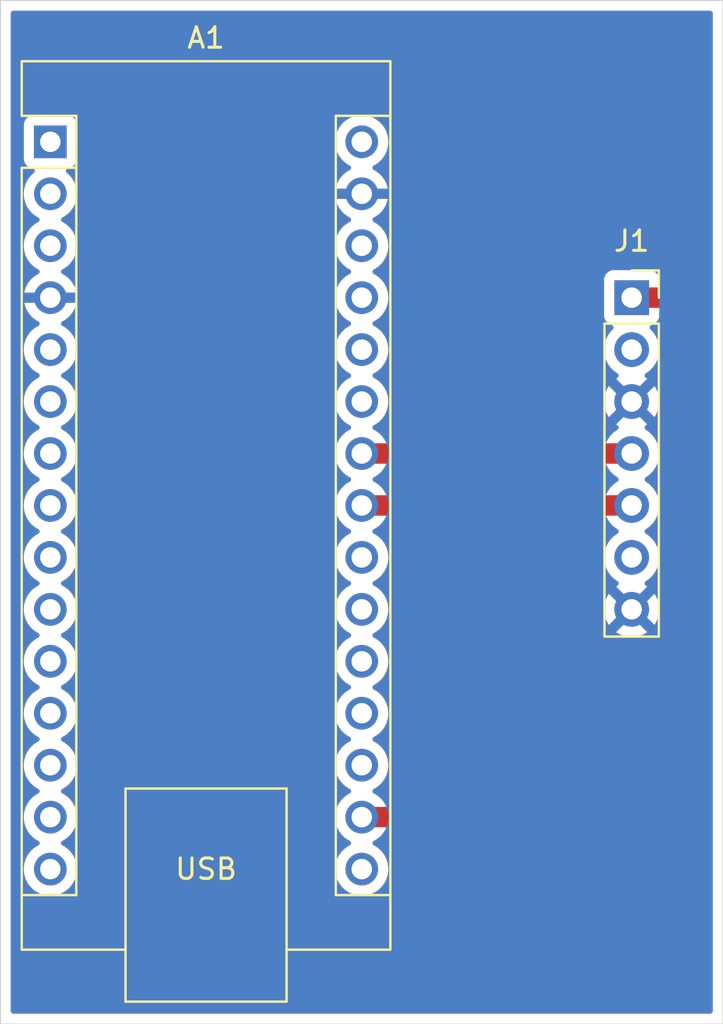
<source format=kicad_pcb>
(kicad_pcb (version 20241229) (generator "pcbnew") (generator_version "9.0")
  (layers (0 "F.Cu" signal) (2 "B.Cu" signal) (13 "F.Paste" user) (15 "B.Paste" user) (5 "F.SilkS" user "F.Silkscreen") (7 "B.SilkS" user "B.Silkscreen") (1 "F.Mask" user) (3 "B.Mask" user) (25 "Edge.Cuts" user))
  (net 0 "")
  (net 5 "GND")
  (net 9 "Net-(A1-A5)")
  (net 12 "Net-(A1-A4)")
  (net 23 "+3.3V")
  (footprint "Connector_PinSocket_2.54mm:PinSocket_1x07_P2.54mm_Vertical" (layer "F.Cu") (at 167.7416 86.106)
    (property "Reference" "J1" (at 0 -2.77 0) (layer "F.SilkS"))
    (property "Value" "1x7 socket for I2C connections")
    (fp_line (start -1.33 1.27) (end -1.33 16.57) (stroke (width 0.12)) (layer "F.SilkS"))
    (fp_line (start -1.33 1.27) (end 1.33 1.27) (stroke (width 0.12)) (layer "F.SilkS"))
    (fp_line (start -1.33 16.57) (end 1.33 16.57) (stroke (width 0.12)) (layer "F.SilkS"))
    (fp_line (start 0 -1.33) (end 1.33 -1.33) (stroke (width 0.12)) (layer "F.SilkS"))
    (fp_line (start 1.33 -1.33) (end 1.33 0) (stroke (width 0.12)) (layer "F.SilkS"))
    (fp_line (start 1.33 1.27) (end 1.33 16.57) (stroke (width 0.12)) (layer "F.SilkS"))
    (pad "1" thru_hole rect (at 0 0) (size 1.7 1.7) (drill 1) (layers "*.Cu" "*.Mask") (net 23 "+3.3V"))
    (pad "2" thru_hole circle (at 0 2.54) (size 1.7 1.7) (drill 1) (layers "*.Cu" "*.Mask"))
    (pad "3" thru_hole circle (at 0 5.08) (size 1.7 1.7) (drill 1) (layers "*.Cu" "*.Mask") (net 5 "GND"))
    (pad "4" thru_hole circle (at 0 7.62) (size 1.7 1.7) (drill 1) (layers "*.Cu" "*.Mask") (net 9 "Net-(A1-A5)"))
    (pad "5" thru_hole circle (at 0 10.16) (size 1.7 1.7) (drill 1) (layers "*.Cu" "*.Mask") (net 12 "Net-(A1-A4)"))
    (pad "6" thru_hole circle (at 0 12.7) (size 1.7 1.7) (drill 1) (layers "*.Cu" "*.Mask"))
    (pad "7" thru_hole circle (at 0 15.24) (size 1.7 1.7) (drill 1) (layers "*.Cu" "*.Mask") (net 5 "GND"))
  )
  (footprint "Module:Arduino_Nano" (layer "F.Cu") (at 139.2936 78.486)
    (property "Reference" "A1" (at 7.62 -5.08 0) (layer "F.SilkS"))
    (property "Value" "Arduino_Nano_v3.x")
    (fp_line (start -1.4 -3.94) (end -1.4 -1.27) (stroke (width 0.12)) (layer "F.SilkS"))
    (fp_line (start -1.4 1.27) (end -1.4 39.5) (stroke (width 0.12)) (layer "F.SilkS"))
    (fp_line (start -1.4 39.5) (end 3.68 39.5) (stroke (width 0.12)) (layer "F.SilkS"))
    (fp_line (start 1.27 -1.27) (end -1.4 -1.27) (stroke (width 0.12)) (layer "F.SilkS"))
    (fp_line (start 1.27 1.27) (end -1.4 1.27) (stroke (width 0.12)) (layer "F.SilkS"))
    (fp_line (start 1.27 1.27) (end 1.27 -1.27) (stroke (width 0.12)) (layer "F.SilkS"))
    (fp_line (start 1.27 1.27) (end 1.27 36.83) (stroke (width 0.12)) (layer "F.SilkS"))
    (fp_line (start 1.27 36.83) (end -1.4 36.83) (stroke (width 0.12)) (layer "F.SilkS"))
    (fp_line (start 3.68 31.62) (end 11.56 31.62) (stroke (width 0.12)) (layer "F.SilkS"))
    (fp_line (start 3.68 42.04) (end 3.68 31.62) (stroke (width 0.12)) (layer "F.SilkS"))
    (fp_line (start 11.56 31.62) (end 11.56 42.04) (stroke (width 0.12)) (layer "F.SilkS"))
    (fp_line (start 11.56 42.04) (end 3.68 42.04) (stroke (width 0.12)) (layer "F.SilkS"))
    (fp_line (start 13.97 -1.27) (end 13.97 36.83) (stroke (width 0.12)) (layer "F.SilkS"))
    (fp_line (start 13.97 -1.27) (end 16.64 -1.27) (stroke (width 0.12)) (layer "F.SilkS"))
    (fp_line (start 13.97 36.83) (end 16.64 36.83) (stroke (width 0.12)) (layer "F.SilkS"))
    (fp_line (start 16.64 -3.94) (end -1.4 -3.94) (stroke (width 0.12)) (layer "F.SilkS"))
    (fp_line (start 16.64 39.5) (end 11.56 39.5) (stroke (width 0.12)) (layer "F.SilkS"))
    (fp_line (start 16.64 39.5) (end 16.64 -3.94) (stroke (width 0.12)) (layer "F.SilkS"))
    (fp_text user "USB" (at 7.62 35.56 0) (layer "F.SilkS"))
    (pad "1" thru_hole rect (at 0 0) (size 1.6 1.6) (drill 1) (layers "*.Cu" "*.Mask"))
    (pad "2" thru_hole oval (at 0 2.54) (size 1.6 1.6) (drill 1) (layers "*.Cu" "*.Mask"))
    (pad "3" thru_hole oval (at 0 5.08) (size 1.6 1.6) (drill 1) (layers "*.Cu" "*.Mask"))
    (pad "4" thru_hole oval (at 0 7.62) (size 1.6 1.6) (drill 1) (layers "*.Cu" "*.Mask") (net 5 "GND"))
    (pad "5" thru_hole oval (at 0 10.16) (size 1.6 1.6) (drill 1) (layers "*.Cu" "*.Mask"))
    (pad "6" thru_hole oval (at 0 12.7) (size 1.6 1.6) (drill 1) (layers "*.Cu" "*.Mask"))
    (pad "7" thru_hole oval (at 0 15.24) (size 1.6 1.6) (drill 1) (layers "*.Cu" "*.Mask"))
    (pad "8" thru_hole oval (at 0 17.78) (size 1.6 1.6) (drill 1) (layers "*.Cu" "*.Mask"))
    (pad "9" thru_hole oval (at 0 20.32) (size 1.6 1.6) (drill 1) (layers "*.Cu" "*.Mask"))
    (pad "10" thru_hole oval (at 0 22.86) (size 1.6 1.6) (drill 1) (layers "*.Cu" "*.Mask"))
    (pad "11" thru_hole oval (at 0 25.4) (size 1.6 1.6) (drill 1) (layers "*.Cu" "*.Mask"))
    (pad "12" thru_hole oval (at 0 27.94) (size 1.6 1.6) (drill 1) (layers "*.Cu" "*.Mask"))
    (pad "13" thru_hole oval (at 0 30.48) (size 1.6 1.6) (drill 1) (layers "*.Cu" "*.Mask"))
    (pad "14" thru_hole oval (at 0 33.02) (size 1.6 1.6) (drill 1) (layers "*.Cu" "*.Mask"))
    (pad "15" thru_hole oval (at 0 35.56) (size 1.6 1.6) (drill 1) (layers "*.Cu" "*.Mask"))
    (pad "16" thru_hole oval (at 15.24 35.56) (size 1.6 1.6) (drill 1) (layers "*.Cu" "*.Mask"))
    (pad "17" thru_hole oval (at 15.24 33.02) (size 1.6 1.6) (drill 1) (layers "*.Cu" "*.Mask") (net 23 "+3.3V"))
    (pad "18" thru_hole oval (at 15.24 30.48) (size 1.6 1.6) (drill 1) (layers "*.Cu" "*.Mask"))
    (pad "19" thru_hole oval (at 15.24 27.94) (size 1.6 1.6) (drill 1) (layers "*.Cu" "*.Mask"))
    (pad "20" thru_hole oval (at 15.24 25.4) (size 1.6 1.6) (drill 1) (layers "*.Cu" "*.Mask"))
    (pad "21" thru_hole oval (at 15.24 22.86) (size 1.6 1.6) (drill 1) (layers "*.Cu" "*.Mask"))
    (pad "22" thru_hole oval (at 15.24 20.32) (size 1.6 1.6) (drill 1) (layers "*.Cu" "*.Mask"))
    (pad "23" thru_hole oval (at 15.24 17.78) (size 1.6 1.6) (drill 1) (layers "*.Cu" "*.Mask") (net 12 "Net-(A1-A4)"))
    (pad "24" thru_hole oval (at 15.24 15.24) (size 1.6 1.6) (drill 1) (layers "*.Cu" "*.Mask") (net 9 "Net-(A1-A5)"))
    (pad "25" thru_hole oval (at 15.24 12.7) (size 1.6 1.6) (drill 1) (layers "*.Cu" "*.Mask"))
    (pad "26" thru_hole oval (at 15.24 10.16) (size 1.6 1.6) (drill 1) (layers "*.Cu" "*.Mask"))
    (pad "27" thru_hole oval (at 15.24 7.62) (size 1.6 1.6) (drill 1) (layers "*.Cu" "*.Mask"))
    (pad "28" thru_hole oval (at 15.24 5.08) (size 1.6 1.6) (drill 1) (layers "*.Cu" "*.Mask"))
    (pad "29" thru_hole oval (at 15.24 2.54) (size 1.6 1.6) (drill 1) (layers "*.Cu" "*.Mask") (net 5 "GND"))
    (pad "30" thru_hole oval (at 15.24 0) (size 1.6 1.6) (drill 1) (layers "*.Cu" "*.Mask"))
  )
  (gr_rect (start 136.8552 71.5772) (end 172.212 121.6152) (stroke (width 0.05)) (fill no) (layer "Edge.Cuts"))
  (segment (start 154.5336 93.726) (end 167.7416 93.726) (width 1) (layer "F.Cu") (net 9))
  (segment (start 154.5336 96.266) (end 167.7416 96.266) (width 1) (layer "F.Cu") (net 12))
  (segment (start 170.9928 103.8352) (end 170.9928 86.868) (width 1) (layer "F.Cu") (net 23))
  (segment (start 170.9928 86.868) (end 170.2308 86.106) (width 1) (layer "F.Cu") (net 23))
  (segment (start 163.322 111.506) (end 170.9928 103.8352) (width 1) (layer "F.Cu") (net 23))
  (segment (start 170.2308 86.106) (end 167.7416 86.106) (width 1) (layer "F.Cu") (net 23))
  (segment (start 154.5336 111.506) (end 163.322 111.506) (width 1) (layer "F.Cu") (net 23))
  (zone (net 5) (net_name "GND") (layers "F.Cu" "B.Cu") (connect_pads (clearance 0.5)) (min_thickness 0.25) (fill yes (thermal_gap 0.5) (thermal_bridge_width 0.5))
    (polygon (pts (xy 136.906 71.5772) (xy 172.212 71.5772) (xy 172.212 121.6152) (xy 136.8552 121.6152)))
  )
)
</source>
